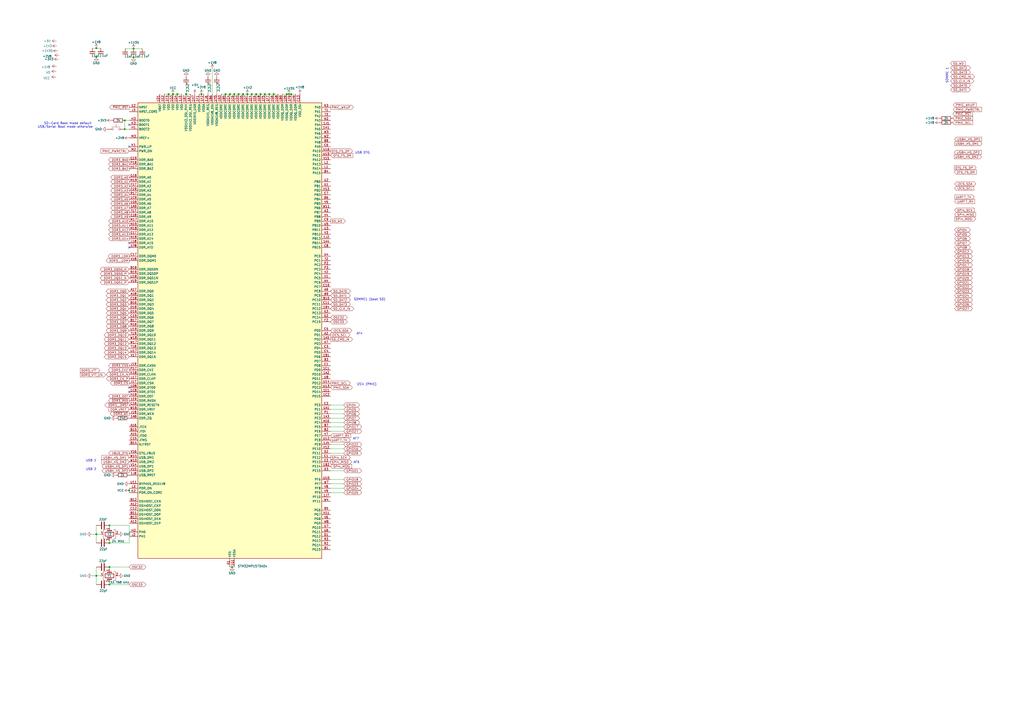
<source format=kicad_sch>
(kicad_sch (version 20231120) (generator "eeschema") (generator_version "8.0")
  (paper "A2")
  (junction (at 72.39 69.85))
  (junction (at 168.91 54.61))
  (junction (at 138.43 54.61))
  (junction (at 135.89 54.61))
  (junction (at 107.95 54.61))
  (junction (at 167.64 54.61))
  (junction (at 97.79 54.61))
  (junction (at 63.5 304.8))
  (junction (at 153.67 54.61))
  (junction (at 102.87 54.61))
  (junction (at 143.51 54.61))
  (junction (at 116.84 54.61))
  (junction (at 55.88 334.01))
  (junction (at 72.39 74.93))
  (junction (at 166.37 54.61))
  (junction (at 55.88 309.88))
  (junction (at 134.62 328.93))
  (junction (at 63.5 314.96))
  (junction (at 55.88 27.94))
  (junction (at 77.47 28.194))
  (junction (at 77.47 33.274))
  (junction (at 158.75 54.61))
  (junction (at 55.88 33.02))
  (junction (at 130.81 54.61))
  (junction (at 156.21 54.61))
  (junction (at 148.59 54.61))
  (junction (at 63.5 339.09))
  (junction (at 151.13 54.61))
  (junction (at 63.5 328.93))
  (junction (at 133.35 54.61))
  (junction (at 140.97 54.61))
  (junction (at 100.33 54.61))
  (junction (at 146.05 54.61))
  (junction (at 74.93 284.48))
  (no_connect (at 74.93 224.79))
  (no_connect (at 74.93 140.97))
  (no_connect (at 74.93 227.33))
  (no_connect (at 74.93 143.51))
  (no_connect (at 74.93 72.39))
  (no_connect (at 74.93 85.09))
  (wire (pts (xy 123.19 39.878) (xy 123.19 54.61)))
  (wire (pts (xy 199.39 240.03) (xy 191.77 240.03)))
  (wire (pts (xy 199.39 247.65) (xy 191.77 247.65)))
  (wire (pts (xy 138.43 54.61) (xy 135.89 54.61)))
  (wire (pts (xy 53.34 309.88) (xy 55.88 309.88)))
  (wire (pts (xy 74.93 283.21) (xy 74.93 284.48)))
  (wire (pts (xy 63.5 304.8) (xy 63.5 306.07)))
  (wire (pts (xy 63.5 339.09) (xy 74.93 339.09)))
  (wire (pts (xy 55.88 314.96) (xy 55.88 309.88)))
  (wire (pts (xy 135.89 54.61) (xy 133.35 54.61)))
  (wire (pts (xy 134.62 328.93) (xy 135.89 328.93)))
  (wire (pts (xy 74.93 311.15) (xy 74.93 314.96)))
  (wire (pts (xy 143.51 54.61) (xy 146.05 54.61)))
  (wire (pts (xy 199.39 242.57) (xy 191.77 242.57)))
  (wire (pts (xy 72.39 69.85) (xy 72.39 74.93)))
  (wire (pts (xy 77.47 28.194) (xy 82.55 28.194)))
  (wire (pts (xy 53.594 27.94) (xy 55.88 27.94)))
  (wire (pts (xy 63.5 328.93) (xy 63.5 330.2)))
  (wire (pts (xy 55.88 33.02) (xy 58.42 33.02)))
  (wire (pts (xy 55.88 334.01) (xy 55.88 328.93)))
  (wire (pts (xy 199.39 250.19) (xy 191.77 250.19)))
  (wire (pts (xy 199.39 245.11) (xy 191.77 245.11)))
  (wire (pts (xy 74.93 69.85) (xy 72.39 69.85)))
  (wire (pts (xy 74.93 284.48) (xy 74.93 285.75)))
  (wire (pts (xy 97.79 54.61) (xy 100.33 54.61)))
  (wire (pts (xy 63.5 328.93) (xy 74.93 328.93)))
  (wire (pts (xy 107.95 54.61) (xy 110.49 54.61)))
  (wire (pts (xy 167.64 54.61) (xy 168.91 54.61)))
  (wire (pts (xy 72.644 28.194) (xy 77.47 28.194)))
  (wire (pts (xy 55.88 309.88) (xy 55.88 304.8)))
  (wire (pts (xy 115.57 54.61) (xy 116.84 54.61)))
  (wire (pts (xy 199.39 283.21) (xy 191.77 283.21)))
  (wire (pts (xy 72.644 33.274) (xy 77.47 33.274)))
  (wire (pts (xy 63.5 313.69) (xy 63.5 314.96)))
  (wire (pts (xy 55.88 339.09) (xy 55.88 334.01)))
  (wire (pts (xy 53.34 334.01) (xy 55.88 334.01)))
  (wire (pts (xy 55.88 309.88) (xy 58.42 309.88)))
  (wire (pts (xy 199.39 260.35) (xy 191.77 260.35)))
  (wire (pts (xy 107.95 49.53) (xy 107.95 54.61)))
  (wire (pts (xy 100.33 54.61) (xy 102.87 54.61)))
  (wire (pts (xy 166.37 54.61) (xy 167.64 54.61)))
  (wire (pts (xy 199.39 278.13) (xy 191.77 278.13)))
  (wire (pts (xy 63.5 304.8) (xy 74.93 304.8)))
  (wire (pts (xy 74.93 308.61) (xy 74.93 304.8)))
  (wire (pts (xy 146.05 54.61) (xy 148.59 54.61)))
  (wire (pts (xy 133.35 328.93) (xy 134.62 328.93)))
  (wire (pts (xy 156.21 54.61) (xy 158.75 54.61)))
  (wire (pts (xy 63.5 337.82) (xy 63.5 339.09)))
  (wire (pts (xy 143.51 54.61) (xy 140.97 54.61)))
  (wire (pts (xy 199.39 285.75) (xy 191.77 285.75)))
  (wire (pts (xy 55.88 27.94) (xy 58.42 27.94)))
  (wire (pts (xy 158.75 54.61) (xy 161.29 54.61)))
  (wire (pts (xy 199.39 262.89) (xy 191.77 262.89)))
  (wire (pts (xy 199.39 257.81) (xy 191.77 257.81)))
  (wire (pts (xy 163.83 54.61) (xy 166.37 54.61)))
  (wire (pts (xy 199.39 273.05) (xy 191.77 273.05)))
  (wire (pts (xy 53.594 33.02) (xy 55.88 33.02)))
  (wire (pts (xy 148.59 54.61) (xy 151.13 54.61)))
  (wire (pts (xy 77.47 33.274) (xy 82.55 33.274)))
  (wire (pts (xy 120.65 49.53) (xy 120.65 54.61)))
  (wire (pts (xy 116.84 54.61) (xy 118.11 54.61)))
  (wire (pts (xy 72.39 74.93) (xy 74.93 74.93)))
  (wire (pts (xy 153.67 54.61) (xy 156.21 54.61)))
  (wire (pts (xy 125.73 49.53) (xy 125.73 54.61)))
  (wire (pts (xy 199.39 237.49) (xy 191.77 237.49)))
  (wire (pts (xy 151.13 54.61) (xy 153.67 54.61)))
  (wire (pts (xy 102.87 54.61) (xy 105.41 54.61)))
  (wire (pts (xy 63.5 314.96) (xy 74.93 314.96)))
  (wire (pts (xy 168.91 54.61) (xy 171.45 54.61)))
  (wire (pts (xy 95.25 54.61) (xy 97.79 54.61)))
  (wire (pts (xy 130.81 54.61) (xy 128.27 54.61)))
  (wire (pts (xy 199.39 234.95) (xy 191.77 234.95)))
  (wire (pts (xy 199.39 280.67) (xy 191.77 280.67)))
  (wire (pts (xy 55.88 334.01) (xy 58.42 334.01)))
  (wire (pts (xy 138.43 54.61) (xy 140.97 54.61)))
  (wire (pts (xy 133.35 54.61) (xy 130.81 54.61)))
  (text "I2C4 (PMIC)" (at 206.756 223.774 0) (effects (font (size 1.27 1.27)) (justify left bottom)))
  (text "AF5" (at 206.756 268.224 0) (effects (font (size 1.27 1.27))))
  (text "USB 2\n" (at 52.832 272.288 0) (effects (font (size 1.27 1.27))))
  (text "USB OTG" (at 205.994 89.408 0) (effects (font (size 1.27 1.27)) (justify left bottom)))
  (text "AF7" (at 206.502 254.508 0) (effects (font (size 1.27 1.27))))
  (text "SDMMC1 (boot SD)" (at 205.232 174.498 0) (effects (font (size 1.27 1.27)) (justify left bottom)))
  (text "AF4" (at 206.756 194.31 0) (effects (font (size 1.27 1.27)) (justify left bottom)))
  (text "SDMMC 1\n" (at 550.164 48.26 90) (effects (font (size 1.27 1.27)) (justify left bottom)))
  (text "   SD-Card Boot mode default\nUSB/Serial Boot mode otherwise" (at 37.846 72.644 0) (effects (font (size 1.27 1.27))))
  (text "USB 1" (at 52.832 267.208 0) (effects (font (size 1.27 1.27))))
  (global_label "GPIO17" (shape bidirectional) (at 553.72 153.67 0) (property "Intersheetrefs" "${INTERSHEET_REFS}" (effects (hide yes))))
  (global_label "GPIO16" (shape bidirectional) (at 199.39 260.35 0) (property "Intersheetrefs" "${INTERSHEET_REFS}" (effects (hide yes))))
  (global_label "SD_DAT1" (shape bidirectional) (at 551.434 52.07 0) (property "Intersheetrefs" "${INTERSHEET_REFS}" (effects (hide yes))))
  (global_label "USBH_HS_DM2" (shape output) (at 553.466 90.932 0) (property "Intersheetrefs" "${INTERSHEET_REFS}" (effects (hide yes))))
  (global_label "I2C5_SDA" (shape bidirectional) (at 553.72 106.68 0) (property "Intersheetrefs" "${INTERSHEET_REFS}" (effects (hide yes))))
  (global_label "DDR3_A0" (shape output) (at 74.93 102.87 180) (property "Intersheetrefs" "${INTERSHEET_REFS}" (effects (hide yes))))
  (global_label "GPIO20" (shape bidirectional) (at 553.72 161.29 0) (property "Intersheetrefs" "${INTERSHEET_REFS}" (effects (hide yes))))
  (global_label "UART7_RX" (shape input) (at 553.72 116.84 0) (property "Intersheetrefs" "${INTERSHEET_REFS}" (effects (hide yes))))
  (global_label "~{DDR3__DRST}" (shape output) (at 74.93 234.95 180) (property "Intersheetrefs" "${INTERSHEET_REFS}" (effects (hide yes))))
  (global_label "DDR3_ODT" (shape output) (at 74.93 229.87 180) (property "Intersheetrefs" "${INTERSHEET_REFS}" (effects (hide yes))))
  (global_label "DDR3_CK_N" (shape output) (at 74.93 217.17 180) (property "Intersheetrefs" "${INTERSHEET_REFS}" (effects (hide yes))))
  (global_label "SD_CMD_IN" (shape output) (at 191.77 196.85 0) (property "Intersheetrefs" "${INTERSHEET_REFS}" (effects (hide yes))))
  (global_label "DDR3_DQ1" (shape bidirectional) (at 74.93 171.45 180) (property "Intersheetrefs" "${INTERSHEET_REFS}" (effects (hide yes))))
  (global_label "SD_WD" (shape output) (at 191.77 128.27 0) (property "Intersheetrefs" "${INTERSHEET_REFS}" (effects (hide yes))))
  (global_label "GPIO25" (shape bidirectional) (at 199.39 285.75 0) (property "Intersheetrefs" "${INTERSHEET_REFS}" (effects (hide yes))))
  (global_label "OSC33" (shape bidirectional) (at 74.93 339.09 0) (property "Intersheetrefs" "${INTERSHEET_REFS}" (effects (hide yes))))
  (global_label "DDR3_DQ5" (shape bidirectional) (at 74.93 181.61 180) (property "Intersheetrefs" "${INTERSHEET_REFS}" (effects (hide yes))))
  (global_label "I2C5_SDA" (shape bidirectional) (at 191.77 191.77 0) (property "Intersheetrefs" "${INTERSHEET_REFS}" (effects (hide yes))))
  (global_label "USBH_HS_DM1" (shape output) (at 553.72 83.312 0) (property "Intersheetrefs" "${INTERSHEET_REFS}" (effects (hide yes))))
  (global_label "DDR3_A1" (shape output) (at 74.93 105.41 180) (property "Intersheetrefs" "${INTERSHEET_REFS}" (effects (hide yes))))
  (global_label "SD_DAT3" (shape bidirectional) (at 551.434 41.91 0) (property "Intersheetrefs" "${INTERSHEET_REFS}" (effects (hide yes))))
  (global_label "SD_DAT2" (shape bidirectional) (at 191.77 173.99 0) (property "Intersheetrefs" "${INTERSHEET_REFS}" (effects (hide yes))))
  (global_label "UART7_TX" (shape output) (at 553.72 114.3 0) (property "Intersheetrefs" "${INTERSHEET_REFS}" (effects (hide yes))))
  (global_label "DDR3_DQ3" (shape bidirectional) (at 74.93 176.53 180) (property "Intersheetrefs" "${INTERSHEET_REFS}" (effects (hide yes))))
  (global_label "DDR3_A4" (shape output) (at 74.93 113.03 180) (property "Intersheetrefs" "${INTERSHEET_REFS}" (effects (hide yes))))
  (global_label "I2C5_SCL" (shape input) (at 553.72 109.22 0) (property "Intersheetrefs" "${INTERSHEET_REFS}" (effects (hide yes))))
  (global_label "SD_DAT0" (shape bidirectional) (at 191.77 168.91 0) (property "Intersheetrefs" "${INTERSHEET_REFS}" (effects (hide yes))))
  (global_label "VBUS_OTG" (shape output) (at 74.93 262.89 180) (property "Intersheetrefs" "${INTERSHEET_REFS}" (effects (hide yes))))
  (global_label "OTG_FS_DM" (shape input) (at 191.77 90.17 0) (property "Intersheetrefs" "${INTERSHEET_REFS}" (effects (hide yes))))
  (global_label "DDR3_CKE" (shape output) (at 74.93 214.63 180) (property "Intersheetrefs" "${INTERSHEET_REFS}" (effects (hide yes))))
  (global_label "PMIC_PWRCTRL" (shape input) (at 74.93 87.63 180) (property "Intersheetrefs" "${INTERSHEET_REFS}" (effects (hide yes))))
  (global_label "~{DDR3_WE}" (shape output) (at 74.93 240.03 180) (property "Intersheetrefs" "${INTERSHEET_REFS}" (effects (hide yes))))
  (global_label "OTG_FS_DP" (shape output) (at 191.77 87.63 0) (property "Intersheetrefs" "${INTERSHEET_REFS}" (effects (hide yes))))
  (global_label "DDR3_A11" (shape output) (at 74.93 130.81 180) (property "Intersheetrefs" "${INTERSHEET_REFS}" (effects (hide yes))))
  (global_label "OSC32" (shape bidirectional) (at 74.93 328.93 0) (property "Intersheetrefs" "${INTERSHEET_REFS}" (effects (hide yes))))
  (global_label "DDR3_VTT_EN" (shape output) (at 46.482 217.424 0) (property "Intersheetrefs" "${INTERSHEET_REFS}" (effects (hide yes))))
  (global_label "UART7_RX" (shape input) (at 191.77 252.73 0) (property "Intersheetrefs" "${INTERSHEET_REFS}" (effects (hide yes))))
  (global_label "DDR3_DQ2" (shape bidirectional) (at 74.93 173.99 180) (property "Intersheetrefs" "${INTERSHEET_REFS}" (effects (hide yes))))
  (global_label "DDR3_BA1" (shape output) (at 74.93 95.25 180) (property "Intersheetrefs" "${INTERSHEET_REFS}" (effects (hide yes))))
  (global_label "GPIO20" (shape bidirectional) (at 199.39 262.89 0) (property "Intersheetrefs" "${INTERSHEET_REFS}" (effects (hide yes))))
  (global_label "DDR3_DQS1_P" (shape bidirectional) (at 74.93 163.83 180) (property "Intersheetrefs" "${INTERSHEET_REFS}" (effects (hide yes))))
  (global_label "GPIO7" (shape bidirectional) (at 553.72 140.97 0) (property "Intersheetrefs" "${INTERSHEET_REFS}" (effects (hide yes))))
  (global_label "GPIO22" (shape bidirectional) (at 553.72 166.37 0) (property "Intersheetrefs" "${INTERSHEET_REFS}" (effects (hide yes))))
  (global_label "DDR3_DQ0" (shape bidirectional) (at 74.93 168.91 180) (property "Intersheetrefs" "${INTERSHEET_REFS}" (effects (hide yes))))
  (global_label "DDR3_BA2" (shape output) (at 74.93 97.79 180) (property "Intersheetrefs" "${INTERSHEET_REFS}" (effects (hide yes))))
  (global_label "DDR3_CK_P" (shape output) (at 74.93 219.71 180) (property "Intersheetrefs" "${INTERSHEET_REFS}" (effects (hide yes))))
  (global_label "GPIO13" (shape bidirectional) (at 553.72 148.59 0) (property "Intersheetrefs" "${INTERSHEET_REFS}" (effects (hide yes))))
  (global_label "DDR3_A8" (shape output) (at 74.93 123.19 180) (property "Intersheetrefs" "${INTERSHEET_REFS}" (effects (hide yes))))
  (global_label "PMIC_SCL" (shape output) (at 191.77 222.25 0) (property "Intersheetrefs" "${INTERSHEET_REFS}" (effects (hide yes))))
  (global_label "PMIC_SDA" (shape input) (at 552.704 68.58 0) (property "Intersheetrefs" "${INTERSHEET_REFS}" (effects (hide yes))))
  (global_label "PMIC_WKUP" (shape output) (at 191.77 62.23 0) (property "Intersheetrefs" "${INTERSHEET_REFS}" (effects (hide yes))))
  (global_label "GPIO7" (shape bidirectional) (at 199.39 242.57 0) (property "Intersheetrefs" "${INTERSHEET_REFS}" (effects (hide yes))))
  (global_label "SD_CLK_IN" (shape bidirectional) (at 191.77 179.07 0) (property "Intersheetrefs" "${INTERSHEET_REFS}" (effects (hide yes))))
  (global_label "DDR3_A7" (shape output) (at 74.93 120.65 180) (property "Intersheetrefs" "${INTERSHEET_REFS}" (effects (hide yes))))
  (global_label "PMIC_WKUP" (shape input) (at 552.9578 60.8217 0) (property "Intersheetrefs" "${INTERSHEET_REFS}" (effects (hide yes))))
  (global_label "OSC32" (shape bidirectional) (at 191.77 184.15 0) (property "Intersheetrefs" "${INTERSHEET_REFS}" (effects (hide yes))))
  (global_label "SD_DAT2" (shape bidirectional) (at 551.434 39.37 0) (property "Intersheetrefs" "${INTERSHEET_REFS}" (effects (hide yes))))
  (global_label "GPIO21" (shape bidirectional) (at 199.39 273.05 0) (property "Intersheetrefs" "${INTERSHEET_REFS}" (effects (hide yes))))
  (global_label "DDR3_DQS0_N" (shape bidirectional) (at 74.93 156.21 180) (property "Intersheetrefs" "${INTERSHEET_REFS}" (effects (hide yes))))
  (global_label "GPIO5" (shape bidirectional) (at 553.72 135.89 0) (property "Intersheetrefs" "${INTERSHEET_REFS}" (effects (hide yes))))
  (global_label "GPIO23" (shape bidirectional) (at 199.39 280.67 0) (property "Intersheetrefs" "${INTERSHEET_REFS}" (effects (hide yes))))
  (global_label "PMIC_SCL" (shape input) (at 552.704 71.12 0) (property "Intersheetrefs" "${INTERSHEET_REFS}" (effects (hide yes))))
  (global_label "GPIO5" (shape bidirectional) (at 199.39 237.49 0) (property "Intersheetrefs" "${INTERSHEET_REFS}" (effects (hide yes))))
  (global_label "DDR3_DQS0_P" (shape bidirectional) (at 74.93 158.75 180) (property "Intersheetrefs" "${INTERSHEET_REFS}" (effects (hide yes))))
  (global_label "USBH_HS_DP1" (shape output) (at 74.93 270.51 180) (property "Intersheetrefs" "${INTERSHEET_REFS}" (effects (hide yes))))
  (global_label "GPIO27" (shape bidirectional) (at 199.39 250.19 0) (property "Intersheetrefs" "${INTERSHEET_REFS}" (effects (hide yes))))
  (global_label "GPIO25" (shape bidirectional) (at 553.72 173.99 0) (property "Intersheetrefs" "${INTERSHEET_REFS}" (effects (hide yes))))
  (global_label "GPIO16" (shape bidirectional) (at 553.72 151.13 0) (property "Intersheetrefs" "${INTERSHEET_REFS}" (effects (hide yes))))
  (global_label "SPI4_MISO" (shape output) (at 191.77 267.97 0) (property "Intersheetrefs" "${INTERSHEET_REFS}" (effects (hide yes))))
  (global_label "PMIC_PWRCTRL" (shape input) (at 552.958 63.5 0) (property "Intersheetrefs" "${INTERSHEET_REFS}" (effects (hide yes))))
  (global_label "GPIO6" (shape bidirectional) (at 199.39 240.03 0) (property "Intersheetrefs" "${INTERSHEET_REFS}" (effects (hide yes))))
  (global_label "GPIO17" (shape bidirectional) (at 199.39 247.65 0) (property "Intersheetrefs" "${INTERSHEET_REFS}" (effects (hide yes))))
  (global_label "GPIO23" (shape bidirectional) (at 553.72 168.91 0) (property "Intersheetrefs" "${INTERSHEET_REFS}" (effects (hide yes))))
  (global_label "DDR3_LDM" (shape output) (at 74.93 148.59 180) (property "Intersheetrefs" "${INTERSHEET_REFS}" (effects (hide yes))))
  (global_label "DDR3_A6" (shape output) (at 74.93 118.11 180) (property "Intersheetrefs" "${INTERSHEET_REFS}" (effects (hide yes))))
  (global_label "DDR3_VTT" (shape output) (at 46.482 214.884 0) (property "Intersheetrefs" "${INTERSHEET_REFS}" (effects (hide yes))))
  (global_label "DDR3_A9" (shape output) (at 74.93 125.73 180) (property "Intersheetrefs" "${INTERSHEET_REFS}" (effects (hide yes))))
  (global_label "SPI4_SCK" (shape input) (at 553.72 121.92 0) (property "Intersheetrefs" "${INTERSHEET_REFS}" (effects (hide yes))))
  (global_label "GPIO8" (shape bidirectional) (at 199.39 245.11 0) (property "Intersheetrefs" "${INTERSHEET_REFS}" (effects (hide yes))))
  (global_label "DDR3_A10" (shape output) (at 74.93 128.27 180) (property "Intersheetrefs" "${INTERSHEET_REFS}" (effects (hide yes))))
  (global_label "DDR3_DQ6" (shape bidirectional) (at 74.93 184.15 180) (property "Intersheetrefs" "${INTERSHEET_REFS}" (effects (hide yes))))
  (global_label "USBH_HS_DP2" (shape output) (at 74.93 273.05 180) (property "Intersheetrefs" "${INTERSHEET_REFS}" (effects (hide yes))))
  (global_label "USBH_HS_DM2" (shape input) (at 74.93 267.97 180) (property "Intersheetrefs" "${INTERSHEET_REFS}" (effects (hide yes))))
  (global_label "SPI4_MISO" (shape input) (at 553.72 124.46 0) (property "Intersheetrefs" "${INTERSHEET_REFS}" (effects (hide yes))))
  (global_label "GPIO8" (shape bidirectional) (at 553.72 143.51 0) (property "Intersheetrefs" "${INTERSHEET_REFS}" (effects (hide yes))))
  (global_label "DDR3_DQ11" (shape bidirectional) (at 74.93 196.85 180) (property "Intersheetrefs" "${INTERSHEET_REFS}" (effects (hide yes))))
  (global_label "DDR3_DQ10" (shape bidirectional) (at 74.93 194.31 180) (property "Intersheetrefs" "${INTERSHEET_REFS}" (effects (hide yes))))
  (global_label "GPIO12" (shape bidirectional) (at 553.72 146.05 0) (property "Intersheetrefs" "${INTERSHEET_REFS}" (effects (hide yes))))
  (global_label "OTG_FS_DM" (shape input) (at 553.466 99.822 0) (property "Intersheetrefs" "${INTERSHEET_REFS}" (effects (hide yes))))
  (global_label "DDR3_A13" (shape output) (at 74.93 135.89 180) (property "Intersheetrefs" "${INTERSHEET_REFS}" (effects (hide yes))))
  (global_label "GPIO26" (shape bidirectional) (at 553.72 176.53 0) (property "Intersheetrefs" "${INTERSHEET_REFS}" (effects (hide yes))))
  (global_label "GPIO18" (shape bidirectional) (at 199.39 278.13 0) (property "Intersheetrefs" "${INTERSHEET_REFS}" (effects (hide yes))))
  (global_label "SD_CMD_IN" (shape bidirectional) (at 551.434 44.45 0) (property "Intersheetrefs" "${INTERSHEET_REFS}" (effects (hide yes))))
  (global_label "DDR3_A5" (shape output) (at 74.93 115.57 180) (property "Intersheetrefs" "${INTERSHEET_REFS}" (effects (hide yes))))
  (global_label "DDR3_DQ13" (shape bidirectional) (at 74.93 201.93 180) (property "Intersheetrefs" "${INTERSHEET_REFS}" (effects (hide yes))))
  (global_label "DDR3_A14" (shape output) (at 74.93 138.43 180) (property "Intersheetrefs" "${INTERSHEET_REFS}" (effects (hide yes))))
  (global_label "SPI4_MOSI" (shape input) (at 191.77 270.51 0) (property "Intersheetrefs" "${INTERSHEET_REFS}" (effects (hide yes))))
  (global_label "USBH_HS_DP2" (shape input) (at 553.466 88.392 0) (property "Intersheetrefs" "${INTERSHEET_REFS}" (effects (hide yes))))
  (global_label "GPIO27" (shape bidirectional) (at 553.72 179.07 0) (property "Intersheetrefs" "${INTERSHEET_REFS}" (effects (hide yes))))
  (global_label "GPIO24" (shape bidirectional) (at 199.39 283.21 0) (property "Intersheetrefs" "${INTERSHEET_REFS}" (effects (hide yes))))
  (global_label "DDR3_DQ9" (shape bidirectional) (at 74.93 191.77 180) (property "Intersheetrefs" "${INTERSHEET_REFS}" (effects (hide yes))))
  (global_label "GPIO4" (shape bidirectional) (at 553.72 133.35 0) (property "Intersheetrefs" "${INTERSHEET_REFS}" (effects (hide yes))))
  (global_label "~{DDR3_CS}" (shape output) (at 74.93 222.25 180) (property "Intersheetrefs" "${INTERSHEET_REFS}" (effects (hide yes))))
  (global_label "DDR3_DQ12" (shape bidirectional) (at 74.93 199.39 180) (property "Intersheetrefs" "${INTERSHEET_REFS}" (effects (hide yes))))
  (global_label "GPIO19" (shape bidirectional) (at 553.72 158.75 0) (property "Intersheetrefs" "${INTERSHEET_REFS}" (effects (hide yes))))
  (global_label "DDR3_DQ4" (shape bidirectional) (at 74.93 179.07 180) (property "Intersheetrefs" "${INTERSHEET_REFS}" (effects (hide yes))))
  (global_label "DDR3_BA0" (shape output) (at 74.93 92.71 180) (property "Intersheetrefs" "${INTERSHEET_REFS}" (effects (hide yes))))
  (global_label "GPIO6" (shape bidirectional) (at 553.72 138.43 0) (property "Intersheetrefs" "${INTERSHEET_REFS}" (effects (hide yes))))
  (global_label "DDR3_A2" (shape output) (at 74.93 107.95 180) (property "Intersheetrefs" "${INTERSHEET_REFS}" (effects (hide yes))))
  (global_label "SD_DAT3" (shape bidirectional) (at 191.77 176.53 0) (property "Intersheetrefs" "${INTERSHEET_REFS}" (effects (hide yes))))
  (global_label "I2C5_SCL" (shape output) (at 191.77 194.31 0) (property "Intersheetrefs" "${INTERSHEET_REFS}" (effects (hide yes))))
  (global_label "PMIC_SDA" (shape bidirectional) (at 191.77 224.79 0) (property "Intersheetrefs" "${INTERSHEET_REFS}" (effects (hide yes))))
  (global_label "SD_DAT0" (shape bidirectional) (at 551.434 49.53 0) (property "Intersheetrefs" "${INTERSHEET_REFS}" (effects (hide yes))))
  (global_label "~{PMIC_RST}" (shape output) (at 74.93 62.23 180) (property "Intersheetrefs" "${INTERSHEET_REFS}" (effects (hide yes))))
  (global_label "GPIO24" (shape bidirectional) (at 553.72 171.45 0) (property "Intersheetrefs" "${INTERSHEET_REFS}" (effects (hide yes))))
  (global_label "SD_WD" (shape input) (at 551.3293 36.7813 0) (property "Intersheetrefs" "${INTERSHEET_REFS}" (effects (hide yes))))
  (global_label "UART7_TX" (shape output) (at 191.77 255.27 0) (property "Intersheetrefs" "${INTERSHEET_REFS}" (effects (hide yes))))
  (global_label "DDR3_A3" (shape output) (at 74.93 110.49 180) (property "Intersheetrefs" "${INTERSHEET_REFS}" (effects (hide yes))))
  (global_label "OSC33" (shape bidirectional) (at 191.77 186.69 0) (property "Intersheetrefs" "${INTERSHEET_REFS}" (effects (hide yes))))
  (global_label "SD_DAT1" (shape bidirectional) (at 191.77 171.45 0) (property "Intersheetrefs" "${INTERSHEET_REFS}" (effects (hide yes))))
  (global_label "DDR_VREF" (shape input) (at 74.93 237.49 180) (property "Intersheetrefs" "${INTERSHEET_REFS}" (effects (hide yes))))
  (global_label "GPIO21" (shape bidirectional) (at 553.72 163.83 0) (property "Intersheetrefs" "${INTERSHEET_REFS}" (effects (hide yes))))
  (global_label "DDR3_DQ7" (shape bidirectional) (at 74.93 186.69 180) (property "Intersheetrefs" "${INTERSHEET_REFS}" (effects (hide yes))))
  (global_label "DDR3__UDM" (shape output) (at 74.93 151.13 180) (property "Intersheetrefs" "${INTERSHEET_REFS}" (effects (hide yes))))
  (global_label "OTG_FS_DP" (shape output) (at 553.466 97.282 0) (property "Intersheetrefs" "${INTERSHEET_REFS}" (effects (hide yes))))
  (global_label "SPI4_MOSI" (shape output) (at 553.72 127 0) (property "Intersheetrefs" "${INTERSHEET_REFS}" (effects (hide yes))))
  (global_label "GPIO18" (shape bidirectional) (at 553.72 156.21 0) (property "Intersheetrefs" "${INTERSHEET_REFS}" (effects (hide yes))))
  (global_label "DDR3_DQ14" (shape bidirectional) (at 74.93 204.47 180) (property "Intersheetrefs" "${INTERSHEET_REFS}" (effects (hide yes))))
  (global_label "GPIO22" (shape bidirectional) (at 199.39 257.81 0) (property "Intersheetrefs" "${INTERSHEET_REFS}" (effects (hide yes))))
  (global_label "DDR3_DQ15" (shape bidirectional) (at 74.93 207.01 180) (property "Intersheetrefs" "${INTERSHEET_REFS}" (effects (hide yes))))
  (global_label "USBH_HS_DP1" (shape input) (at 553.72 80.772 0) (property "Intersheetrefs" "${INTERSHEET_REFS}" (effects (hide yes))))
  (global_label "GPIO4" (shape bidirectional) (at 199.39 234.95 0) (property "Intersheetrefs" "${INTERSHEET_REFS}" (effects (hide yes))))
  (global_label "USBH_HS_DM1" (shape input) (at 74.93 265.43 180) (property "Intersheetrefs" "${INTERSHEET_REFS}" (effects (hide yes))))
  (global_label "DDR3_A12" (shape output) (at 74.93 133.35 180) (property "Intersheetrefs" "${INTERSHEET_REFS}" (effects (hide yes))))
  (global_label "DDR3_DQ8" (shape bidirectional) (at 74.93 189.23 180) (property "Intersheetrefs" "${INTERSHEET_REFS}" (effects (hide yes))))
  (global_label "SD_CLK_IN" (shape bidirectional) (at 551.434 46.99 0) (property "Intersheetrefs" "${INTERSHEET_REFS}" (effects (hide yes))))
  (global_label "~{PMIC_RST}" (shape input) (at 552.704 66.04 0) (property "Intersheetrefs" "${INTERSHEET_REFS}" (effects (hide yes))))
  (global_label "SPI4_SCK" (shape output) (at 191.77 265.43 0) (property "Intersheetrefs" "${INTERSHEET_REFS}" (effects (hide yes))))
  (global_label "~{DDR3_CAS}" (shape output) (at 74.93 212.09 180) (property "Intersheetrefs" "${INTERSHEET_REFS}" (effects (hide yes))))
  (global_label "~{DDR3_RAS}" (shape output) (at 74.93 232.41 180) (property "Intersheetrefs" "${INTERSHEET_REFS}" (effects (hide yes))))
  (global_label "DDR3_DQS1_N" (shape bidirectional) (at 74.93 161.29 180) (property "Intersheetrefs" "${INTERSHEET_REFS}" (effects (hide yes))))
  (symbol (lib_id "Device:C_Small") (at 58.42 30.48 180) (unit 1)
    (property "Reference" "C41" (effects (hide yes)))
    (property "Value" "1uF" (at 62.738 32.258 0) (effects (justify left)))
    (property "Footprint" "Capacitor_SMD:C_0402_1005Metric" (effects (hide yes)))
    (property "Datasheet" "CL05A105KA5NQNC" (effects (hide yes)))
  )
  (symbol (lib_id "Device:C_Small") (at 107.95 46.99 180) (unit 1)
    (property "Reference" "C49" (effects (hide yes)))
    (property "Value" "2.2uF" (at 108.966 48.006 90) (effects (justify left)))
    (property "Footprint" "Capacitor_SMD:C_0805_2012Metric" (effects (hide yes)))
    (property "Datasheet" "CL21A225KBQNNNE" (effects (hide yes)))
  )
  (symbol (lib_id "power:+5V") (at 113.03 54.61 0) (unit 1)
    (property "Reference" "#PWR0102" (effects (hide yes)))
    (property "Value" "+5V" (at 110.998 49.276 0) (effects (justify left)))
  )
  (symbol (lib_id "power:GND") (at 120.65 44.45 180) (unit 1)
    (property "Reference" "#PWR099" (effects (hide yes)))
    (property "Value" "GND" (at 120.65 40.894 0))
    (instances (project "SYNC_VT" (path "" (reference "#PWR099") (unit 1))) (project "DFTBoard" (path "" (reference "#PWR0155") (unit 1))))
  )
  (symbol (lib_id "power:+1V8") (at 545.084 68.58 90) (mirror x) (unit 1)
    (property "Reference" "#PWR0104" (effects (hide yes)))
    (property "Value" "+1V8" (at 542.036 68.58 90) (effects (justify left)))
  )
  (symbol (lib_id "power:+1V35") (at 77.47 28.194 0) (mirror y) (unit 1)
    (property "Reference" "#PWR097" (effects (hide yes)))
    (property "Value" "+1V35" (at 77.47 24.638 0))
    (instances (project "SYNC_VT" (path "" (reference "#PWR097") (unit 1))) (project "DFTBoard" (path "" (reference "#PWR0158") (unit 1))))
  )
  (symbol (lib_id "Device:C") (at 59.69 314.96 270) (unit 1)
    (property "Reference" "C1" (effects (hide yes)))
    (property "Value" "22pf" (at 57.658 318.516 90) (effects (justify left)))
    (property "Footprint" "Capacitor_SMD:C_0402_1005Metric" (effects (hide yes)))
    (property "Datasheet" "0402CG220J500NT" (effects (hide yes)))
    (property "LCSC" " " (effects (hide yes)))
  )
  (symbol (lib_id "Device:C") (at 59.69 304.8 270) (unit 1)
    (property "Reference" "C22" (effects (hide yes)))
    (property "Value" "22pf" (at 57.404 301.244 90) (effects (justify left)))
    (property "Footprint" "Capacitor_SMD:C_0402_1005Metric" (effects (hide yes)))
    (property "Datasheet" "0402CG220J500NT" (effects (hide yes)))
    (property "LCSC" " " (effects (hide yes)))
  )
  (symbol (lib_id "Switch:SW_Push") (at 67.31 74.93 0) (mirror y) (unit 1)
    (property "Reference" "J3" (effects (hide yes)))
    (property "Value" "Button" (effects (hide yes)))
    (property "Footprint" "Button_Switch_SMD:SW_SPST_CK_KXT3" (effects (hide yes)))
    (property "LCSC" " " (effects (hide yes)))
  )
  (symbol (lib_id "power:+3V3") (at 34.036 34.29 90) (unit 1)
    (property "Reference" "#PWR090" (effects (hide yes)))
    (property "Value" "+3V3" (at 28.448 34.29 90))
    (instances (project "SYNC_VT" (path "" (reference "#PWR090") (unit 1))) (project "DFTBoard" (path "" (reference "#PWR?") (unit 1)) (path "" (reference "#PWR0225") (unit 1))))
  )
  (symbol (lib_id "power:GND") (at 107.95 44.45 180) (unit 1)
    (property "Reference" "#PWR0101" (effects (hide yes)))
    (property "Value" "GND" (at 107.95 40.894 0))
    (instances (project "SYNC_VT" (path "" (reference "#PWR0101") (unit 1))) (project "DFTBoard" (path "" (reference "#PWR0155") (unit 1))))
  )
  (symbol (lib_id "Device:C_Small") (at 120.65 46.99 180) (unit 1)
    (property "Reference" "C47" (effects (hide yes)))
    (property "Value" "2.2uF" (at 121.666 48.006 90) (effects (justify left)))
    (property "Footprint" "Capacitor_SMD:C_0805_2012Metric" (effects (hide yes)))
    (property "Datasheet" "CL21A225KBQNNNE" (effects (hide yes)))
  )
  (symbol (lib_id "power:GND") (at 53.34 334.01 270) (unit 1)
    (property "Reference" "#PWR032" (effects (hide yes)))
    (property "Value" "GND" (at 48.26 334.01 90))
    (instances (project "SYNC_VT" (path "" (reference "#PWR032") (unit 1))) (project "DFTBoard" (path "" (reference "#PWR0155") (unit 1))))
  )
  (symbol (lib_id "power:+1V35") (at 167.64 54.61 0) (mirror y) (unit 1)
    (property "Reference" "#PWR095" (effects (hide yes)))
    (property "Value" "+1V35" (at 167.64 51.308 0))
    (instances (project "SYNC_VT" (path "" (reference "#PWR095") (unit 1))) (project "DFTBoard" (path "" (reference "#PWR0158") (unit 1))))
  )
  (symbol (lib_id "Device:R") (at 548.894 71.12 90) (unit 1)
    (property "Reference" "R38" (effects (hide yes)))
    (property "Value" "2k" (at 548.894 71.12 90))
    (property "Footprint" "Resistor_SMD:R_0402_1005Metric" (effects (hide yes)))
    (property "Datasheet" "0402WGF2001TCE" (effects (hide yes)))
    (property "MFR" "Yageo" (effects (hide yes)))
    (property "MPN" "RC0402FR-07100KL" (effects (hide yes)))
    (property "SPR" "Digikey" (effects (hide yes)))
    (property "SPN" "311-100KLRTR-ND" (effects (hide yes)))
    (instances (project "SYNC_VT" (path "" (reference "R38") (unit 1))) (project "DFTBoard" (path "" (reference "R?") (unit 1)) (path "" (reference "R?") (unit 1)) (path "" (reference "R101") (unit 1))))
  )
  (symbol (lib_id "power:GND") (at 77.47 33.274 0) (unit 1)
    (property "Reference" "#PWR098" (effects (hide yes)))
    (property "Value" "GND" (at 77.47 36.83 0))
    (instances (project "SYNC_VT" (path "" (reference "#PWR098") (unit 1))) (project "DFTBoard" (path "" (reference "#PWR0155") (unit 1))))
  )
  (symbol (lib_id "power:GND") (at 67.31 275.59 270) (unit 1)
    (property "Reference" "#PWR0103" (effects (hide yes)))
    (property "Value" "GND" (at 62.23 275.59 90))
    (instances (project "SYNC_VT" (path "" (reference "#PWR0103") (unit 1))) (project "DFTBoard" (path "" (reference "#PWR0155") (unit 1))))
  )
  (symbol (lib_id "Device:C") (at 59.69 328.93 270) (unit 1)
    (property "Reference" "C4" (effects (hide yes)))
    (property "Value" "22pf" (at 57.404 325.374 90) (effects (justify left)))
    (property "Footprint" "Capacitor_SMD:C_0402_1005Metric" (effects (hide yes)))
    (property "Datasheet" "0402CG220J500NT" (effects (hide yes)))
    (property "LCSC" " " (effects (hide yes)))
  )
  (symbol (lib_id "Device:C_Small") (at 125.73 46.99 180) (unit 1)
    (property "Reference" "C48" (effects (hide yes)))
    (property "Value" "2.2uF" (at 126.746 47.752 90) (effects (justify left)))
    (property "Footprint" "Capacitor_SMD:C_0805_2012Metric" (effects (hide yes)))
    (property "Datasheet" "CL21A225KBQNNNE" (effects (hide yes)))
  )
  (symbol (lib_id "Device:C_Small") (at 77.47 30.734 180) (unit 1)
    (property "Reference" "C45" (effects (hide yes)))
    (property "Value" "1uF" (at 81.788 32.512 0) (effects (justify left)))
    (property "Footprint" "Capacitor_SMD:C_0402_1005Metric" (effects (hide yes)))
    (property "Datasheet" "CL05A105KA5NQNC" (effects (hide yes)))
  )
  (symbol (lib_id "Device:R") (at 68.58 69.85 90) (unit 1)
    (property "Reference" "R39" (effects (hide yes)))
    (property "Value" "2k" (at 68.58 69.85 90))
    (property "Footprint" "Resistor_SMD:R_0402_1005Metric" (effects (hide yes)))
    (property "Datasheet" "0402WGF2001TCE" (effects (hide yes)))
    (property "MFR" "Yageo" (effects (hide yes)))
    (property "MPN" "RC0402FR-07100KL" (effects (hide yes)))
    (property "SPR" "Digikey" (effects (hide yes)))
    (property "SPN" "311-100KLRTR-ND" (effects (hide yes)))
    (instances (project "SYNC_VT" (path "" (reference "R39") (unit 1))) (project "DFTBoard" (path "" (reference "R?") (unit 1)) (path "" (reference "R?") (unit 1)) (path "" (reference "R101") (unit 1))))
  )
  (symbol (lib_id "power:+1V8") (at 545.084 71.12 90) (mirror x) (unit 1)
    (property "Reference" "#PWR0105" (effects (hide yes)))
    (property "Value" "+1V8" (at 542.036 71.12 90) (effects (justify left)))
  )
  (symbol (lib_id "Device:C_Small") (at 53.594 30.48 180) (unit 1)
    (property "Reference" "C42" (effects (hide yes)))
    (property "Value" "1uF" (at 57.912 32.258 0) (effects (justify left)))
    (property "Footprint" "Capacitor_SMD:C_0402_1005Metric" (effects (hide yes)))
    (property "Datasheet" "CL05A105KA5NQNC" (effects (hide yes)))
  )
  (symbol (lib_id "power:GND") (at 67.31 242.57 270) (unit 1)
    (property "Reference" "#PWR01" (effects (hide yes)))
    (property "Value" "GND" (at 62.23 242.57 90))
    (instances (project "SYNC_VT" (path "" (reference "#PWR01") (unit 1))) (project "DFTBoard" (path "" (reference "#PWR0155") (unit 1))))
  )
  (symbol (lib_id "power:GND") (at 55.88 33.02 0) (unit 1)
    (property "Reference" "#PWR093" (effects (hide yes)))
    (property "Value" "GND" (at 55.88 36.576 0))
    (instances (project "SYNC_VT" (path "" (reference "#PWR093") (unit 1))) (project "DFTBoard" (path "" (reference "#PWR0155") (unit 1))))
  )
  (symbol (lib_id "Device:C_Small") (at 82.55 30.734 180) (unit 1)
    (property "Reference" "C46" (effects (hide yes)))
    (property "Value" "1uF" (at 86.868 32.512 0) (effects (justify left)))
    (property "Footprint" "Capacitor_SMD:C_0402_1005Metric" (effects (hide yes)))
    (property "Datasheet" "CL05A105KA5NQNC" (effects (hide yes)))
  )
  (symbol (lib_id "Device:C") (at 59.69 339.09 270) (unit 1)
    (property "Reference" "C23" (effects (hide yes)))
    (property "Value" "22pf" (at 57.658 342.646 90) (effects (justify left)))
    (property "Footprint" "Capacitor_SMD:C_0402_1005Metric" (effects (hide yes)))
    (property "Datasheet" "0402CG220J500NT" (effects (hide yes)))
    (property "LCSC" " " (effects (hide yes)))
  )
  (symbol (lib_id "power:+5V") (at 32.7855 23.7936 90) (unit 1)
    (property "Reference" "#PWR086" (effects (hide yes)))
    (property "Value" "+5V" (at 29.4835 23.7936 90) (effects (justify left)))
  )
  (symbol (lib_id "power:+1V8") (at 32.766 38.354 90) (mirror x) (unit 1)
    (property "Reference" "#PWR0106" (effects (hide yes)))
    (property "Value" "+1V8" (at 29.21 38.862 90) (effects (justify left)))
  )
  (symbol (lib_id "power:GND") (at 134.62 328.93 0) (unit 1)
    (property "Reference" "#PWR094" (effects (hide yes)))
    (property "Value" "GND" (at 134.62 332.486 0))
    (instances (project "SYNC_VT" (path "" (reference "#PWR094") (unit 1))) (project "DFTBoard" (path "" (reference "#PWR0155") (unit 1))))
  )
  (symbol (lib_id "MCU_ST_STM32MP1:STM32MP157DADx") (at 133.35 191.77 0) (unit 1)
    (property "Reference" "U1" (effects (hide yes)))
    (property "Value" "STM32MP157DADx" (at 137.8459 328.422 0) (effects (justify left)))
    (property "Footprint" "Package_BGA:ST_TFBGA-257_10x10mm_Layout19x19_P0.5mmP0.65mm" (effects (hide yes)))
    (property "Datasheet" "https://www.st.com/resource/en/datasheet/stm32mp157d.pdf" (effects (hide yes)))
  )
  (symbol (lib_id "power:+1V35") (at 33.528 29.464 90) (mirror x) (unit 1)
    (property "Reference" "#PWR088" (effects (hide yes)))
    (property "Value" "+1V35" (at 27.432 29.464 90))
    (instances (project "SYNC_VT" (path "" (reference "#PWR088") (unit 1))) (project "DFTBoard" (path "" (reference "#PWR0158") (unit 1))))
  )
  (symbol (lib_id "Device:Crystal_GND24") (at 63.5 309.88 270) (unit 1)
    (property "Reference" "Y2" (at 62.23 309.88 90) (effects (justify left)))
    (property "Value" "24 MHz" (at 64.77 313.944 90) (effects (justify left)))
    (property "Footprint" "Crystal:Crystal_SMD_3225-4Pin_3.2x2.5mm" (effects (hide yes)))
    (property "Datasheet" "7M24000067" (effects (hide yes)))
    (property "LCSC" " " (effects (hide yes)))
    (instances (project "SYNC_VT" (path "" (reference "Y2") (unit 1))) (project "AmogusPi_32" (path "" (reference "Y1") (unit 1))) (project "EliteMicro2040" (path "" (reference "Y1") (unit 1))))
  )
  (symbol (lib_id "Device:R") (at 71.12 275.59 90) (unit 1)
    (property "Reference" "R36" (effects (hide yes)))
    (property "Value" "2k" (at 71.12 275.59 90))
    (property "Footprint" "Resistor_SMD:R_0402_1005Metric" (effects (hide yes)))
    (property "Datasheet" "0402WGF2001TCE" (effects (hide yes)))
    (property "MFR" "Yageo" (effects (hide yes)))
    (property "MPN" "RC0402FR-07100KL" (effects (hide yes)))
    (property "SPR" "Digikey" (effects (hide yes)))
    (property "SPN" "311-100KLRTR-ND" (effects (hide yes)))
    (instances (project "SYNC_VT" (path "" (reference "R36") (unit 1))) (project "DFTBoard" (path "" (reference "R?") (unit 1)) (path "" (reference "R?") (unit 1)) (path "" (reference "R101") (unit 1))))
  )
  (symbol (lib_id "power:GND") (at 53.34 309.88 270) (unit 1)
    (property "Reference" "#PWR033" (effects (hide yes)))
    (property "Value" "GND" (at 48.26 309.88 90))
    (instances (project "SYNC_VT" (path "" (reference "#PWR033") (unit 1))) (project "DFTBoard" (path "" (reference "#PWR0155") (unit 1))))
  )
  (symbol (lib_id "power:+2V8") (at 34.29 32.004 90) (unit 1)
    (property "Reference" "#PWR091" (effects (hide yes)))
    (property "Value" "+2V8" (at 29.972 32.639 90) (effects (justify left)))
  )
  (symbol (lib_id "power:VCC") (at 100.33 54.61 0) (unit 1)
    (property "Reference" "#PWR0123" (effects (hide yes)))
    (property "Value" "VCC" (at 100.33 51.054 0))
  )
  (symbol (lib_id "power:+1V8") (at 123.19 39.878 0) (mirror y) (unit 1)
    (property "Reference" "#PWR0107" (effects (hide yes)))
    (property "Value" "+1V8" (at 125.73 36.322 0) (effects (justify left)))
  )
  (symbol (lib_id "Device:C_Small") (at 72.644 30.734 180) (unit 1)
    (property "Reference" "C44" (effects (hide yes)))
    (property "Value" "1uF" (at 76.962 32.512 0) (effects (justify left)))
    (property "Footprint" "Capacitor_SMD:C_0402_1005Metric" (effects (hide yes)))
    (property "Datasheet" "CL05A105KA5NQNC" (effects (hide yes)))
  )
  (symbol (lib_id "power:+1V2") (at 33.02 26.67 90) (unit 1)
    (property "Reference" "#PWR087" (effects (hide yes)))
    (property "Value" "+1V2" (at 30.226 26.67 90) (effects (justify left)))
  )
  (symbol (lib_id "power:+2V8") (at 116.84 54.61 0) (unit 1)
    (property "Reference" "#PWR073" (effects (hide yes)))
    (property "Value" "+2V8" (at 116.84 50.546 0))
  )
  (symbol (lib_id "power:VCC") (at 32.512 44.704 90) (unit 1)
    (property "Reference" "#PWR089" (effects (hide yes)))
    (property "Value" "VCC" (at 28.956 45.339 90) (effects (justify left)))
  )
  (symbol (lib_id "power:+2V8") (at 74.93 80.01 90) (unit 1)
    (property "Reference" "#PWR0126" (effects (hide yes)))
    (property "Value" "+2V8" (at 72.136 80.01 90) (effects (justify left)))
  )
  (symbol (lib_id "power:VCC") (at 74.93 284.48 90) (unit 1)
    (property "Reference" "#PWR0125" (effects (hide yes)))
    (property "Value" "VCC" (at 71.882 284.48 90) (effects (justify left)))
  )
  (symbol (lib_id "power:GND") (at 125.73 44.45 180) (unit 1)
    (property "Reference" "#PWR0100" (effects (hide yes)))
    (property "Value" "GND" (at 125.73 40.894 0))
    (instances (project "SYNC_VT" (path "" (reference "#PWR0100") (unit 1))) (project "DFTBoard" (path "" (reference "#PWR0155") (unit 1))))
  )
  (symbol (lib_id "power:VD") (at 32.512 41.402 90) (mirror x) (unit 1)
    (property "Reference" "#PWR085" (effects (hide yes)))
    (property "Value" "VD" (at 29.21 42.037 90) (effects (justify left)))
  )
  (symbol (lib_id "power:+1V8") (at 55.88 27.94 0) (mirror y) (unit 1)
    (property "Reference" "#PWR092" (effects (hide yes)))
    (property "Value" "+1V8" (at 58.42 24.384 0) (effects (justify left)))
  )
  (symbol (lib_id "power:GND") (at 74.93 280.67 270) (unit 1)
    (property "Reference" "#PWR0122" (effects (hide yes)))
    (property "Value" "GND" (at 69.85 280.67 90))
    (instances (project "SYNC_VT" (path "" (reference "#PWR0122") (unit 1))) (project "DFTBoard" (path "" (reference "#PWR0155") (unit 1))))
  )
  (symbol (lib_id "power:GND") (at 68.58 334.01 90) (mirror x) (unit 1)
    (property "Reference" "#PWR035" (effects (hide yes)))
    (property "Value" "GND" (at 73.66 334.01 90))
    (instances (project "SYNC_VT" (path "" (reference "#PWR035") (unit 1))) (project "DFTBoard" (path "" (reference "#PWR0155") (unit 1))))
  )
  (symbol (lib_id "power:GND") (at 68.58 309.88 90) (mirror x) (unit 1)
    (property "Reference" "#PWR034" (effects (hide yes)))
    (property "Value" "GND" (at 73.66 309.88 90))
    (instances (project "SYNC_VT" (path "" (reference "#PWR034") (unit 1))) (project "DFTBoard" (path "" (reference "#PWR0155") (unit 1))))
  )
  (symbol (lib_id "power:+1V2") (at 143.51 54.61 0) (unit 1)
    (property "Reference" "#PWR069" (effects (hide yes)))
    (property "Value" "+1V2" (at 140.97 50.8 0) (effects (justify left)))
  )
  (symbol (lib_id "power:+1V8") (at 173.99 54.61 0) (mirror y) (unit 1)
    (property "Reference" "#PWR096" (effects (hide yes)))
    (property "Value" "+1V8" (at 176.53 50.546 0) (effects (justify left)))
  )
  (symbol (lib_id "Device:R") (at 548.894 68.58 90) (unit 1)
    (property "Reference" "R37" (effects (hide yes)))
    (property "Value" "2k" (at 548.894 68.58 90))
    (property "Footprint" "Resistor_SMD:R_0402_1005Metric" (effects (hide yes)))
    (property "Datasheet" "0402WGF2001TCE" (effects (hide yes)))
    (property "MFR" "Yageo" (effects (hide yes)))
    (property "MPN" "RC0402FR-07100KL" (effects (hide yes)))
    (property "SPR" "Digikey" (effects (hide yes)))
    (property "SPN" "311-100KLRTR-ND" (effects (hide yes)))
    (instances (project "SYNC_VT" (path "" (reference "R37") (unit 1))) (project "DFTBoard" (path "" (reference "R?") (unit 1)) (path "" (reference "R?") (unit 1)) (path "" (reference "R101") (unit 1))))
  )
  (symbol (lib_id "Device:R") (at 71.12 242.57 90) (unit 1)
    (property "Reference" "R1" (effects (hide yes)))
    (property "Value" "240" (at 71.12 242.57 90))
    (property "Footprint" "Resistor_SMD:R_0603_1608Metric" (effects (hide yes)))
    (property "Datasheet" "0603WAF2401T5E" (effects (hide yes)))
  )
  (symbol (lib_id "Device:Crystal_GND24") (at 63.5 334.01 270) (unit 1)
    (property "Reference" "Y1" (at 62.23 334.01 90) (effects (justify left)))
    (property "Value" "32.768 kHz" (at 63.754 337.82 90) (effects (justify left)))
    (property "Footprint" "Crystal:Crystal_SMD_3225-4Pin_3.2x2.5mm" (effects (hide yes)))
    (property "Datasheet" "1XZA032768AD19" (effects (hide yes)))
    (property "LCSC" " " (effects (hide yes)))
  )
  (symbol (lib_id "power:+3V3") (at 64.77 69.85 90) (unit 1)
    (property "Reference" "#PWR0108" (effects (hide yes)))
    (property "Value" "+3V3" (at 59.182 69.85 90))
    (instances (project "SYNC_VT" (path "" (reference "#PWR0108") (unit 1))) (project "DFTBoard" (path "" (reference "#PWR?") (unit 1)) (path "" (reference "#PWR0225") (unit 1))))
  )
  (symbol (lib_id "power:GND") (at 62.23 74.93 270) (unit 1)
    (property "Reference" "#PWR0109" (effects (hide yes)))
    (property "Value" "GND" (at 57.15 74.93 90))
    (instances (project "SYNC_VT" (path "" (reference "#PWR0109") (unit 1))) (project "DFTBoard" (path "" (reference "#PWR0155") (unit 1))))
  )
)
</source>
